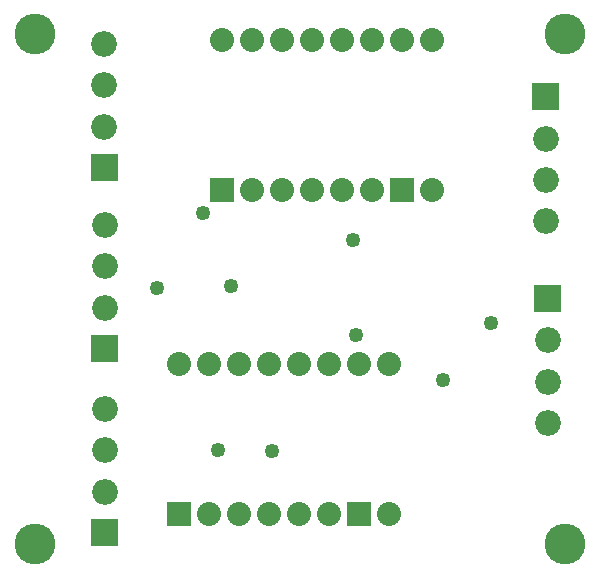
<source format=gts>
G04 MADE WITH FRITZING*
G04 WWW.FRITZING.ORG*
G04 DOUBLE SIDED*
G04 HOLES PLATED*
G04 CONTOUR ON CENTER OF CONTOUR VECTOR*
%ASAXBY*%
%FSLAX23Y23*%
%MOIN*%
%OFA0B0*%
%SFA1.0B1.0*%
%ADD10C,0.080000*%
%ADD11C,0.086139*%
%ADD12C,0.049370*%
%ADD13C,0.135984*%
%ADD14R,0.080000X0.080000*%
%ADD15R,0.001000X0.001000*%
%LNMASK1*%
G90*
G70*
G54D10*
X1411Y1826D03*
X1411Y1326D03*
X1311Y1826D03*
X1311Y1326D03*
X1211Y1826D03*
X1211Y1326D03*
X1111Y1826D03*
X1111Y1326D03*
X1011Y1826D03*
X1011Y1326D03*
X911Y1826D03*
X911Y1326D03*
X811Y1826D03*
X811Y1326D03*
X711Y1826D03*
X711Y1326D03*
X1265Y744D03*
X1265Y244D03*
X1165Y744D03*
X1165Y244D03*
X1065Y744D03*
X1065Y244D03*
X965Y744D03*
X965Y244D03*
X865Y744D03*
X865Y244D03*
X765Y744D03*
X765Y244D03*
X665Y744D03*
X665Y244D03*
X565Y744D03*
X565Y244D03*
G54D11*
X318Y795D03*
X318Y933D03*
X318Y1071D03*
X318Y1208D03*
X318Y795D03*
X318Y933D03*
X318Y1071D03*
X318Y1208D03*
X1789Y1635D03*
X1789Y1497D03*
X1789Y1359D03*
X1789Y1222D03*
X1789Y1635D03*
X1789Y1497D03*
X1789Y1359D03*
X1789Y1222D03*
X1796Y962D03*
X1796Y824D03*
X1796Y686D03*
X1796Y548D03*
X1796Y962D03*
X1796Y824D03*
X1796Y686D03*
X1796Y548D03*
G54D12*
X1446Y691D03*
X877Y457D03*
X696Y459D03*
X1146Y1159D03*
X1156Y842D03*
G54D11*
X317Y1399D03*
X317Y1537D03*
X317Y1675D03*
X317Y1812D03*
X317Y1399D03*
X317Y1537D03*
X317Y1675D03*
X317Y1812D03*
G54D12*
X645Y1249D03*
G54D13*
X1852Y146D03*
X1852Y1846D03*
X85Y1846D03*
X85Y146D03*
G54D12*
X741Y1005D03*
X493Y998D03*
X1607Y881D03*
G54D11*
X319Y182D03*
X319Y320D03*
X319Y458D03*
X319Y596D03*
X319Y182D03*
X319Y320D03*
X319Y458D03*
X319Y596D03*
G54D14*
X711Y1326D03*
X1311Y1326D03*
X565Y244D03*
X1165Y244D03*
G54D15*
X1744Y1681D02*
X1832Y1681D01*
X1744Y1680D02*
X1833Y1680D01*
X1744Y1679D02*
X1833Y1679D01*
X1744Y1678D02*
X1833Y1678D01*
X1744Y1677D02*
X1833Y1677D01*
X1744Y1676D02*
X1833Y1676D01*
X1744Y1675D02*
X1833Y1675D01*
X1744Y1674D02*
X1833Y1674D01*
X1744Y1673D02*
X1833Y1673D01*
X1744Y1672D02*
X1833Y1672D01*
X1744Y1671D02*
X1833Y1671D01*
X1744Y1670D02*
X1833Y1670D01*
X1744Y1669D02*
X1833Y1669D01*
X1744Y1668D02*
X1833Y1668D01*
X1744Y1667D02*
X1833Y1667D01*
X1744Y1666D02*
X1833Y1666D01*
X1744Y1665D02*
X1833Y1665D01*
X1744Y1664D02*
X1833Y1664D01*
X1744Y1663D02*
X1833Y1663D01*
X1744Y1662D02*
X1833Y1662D01*
X1744Y1661D02*
X1833Y1661D01*
X1744Y1660D02*
X1833Y1660D01*
X1744Y1659D02*
X1833Y1659D01*
X1744Y1658D02*
X1833Y1658D01*
X1744Y1657D02*
X1833Y1657D01*
X1744Y1656D02*
X1833Y1656D01*
X1744Y1655D02*
X1833Y1655D01*
X1744Y1654D02*
X1783Y1654D01*
X1793Y1654D02*
X1833Y1654D01*
X1744Y1653D02*
X1780Y1653D01*
X1796Y1653D02*
X1833Y1653D01*
X1744Y1652D02*
X1778Y1652D01*
X1798Y1652D02*
X1833Y1652D01*
X1744Y1651D02*
X1777Y1651D01*
X1800Y1651D02*
X1833Y1651D01*
X1744Y1650D02*
X1775Y1650D01*
X1801Y1650D02*
X1833Y1650D01*
X1744Y1649D02*
X1774Y1649D01*
X1802Y1649D02*
X1833Y1649D01*
X1744Y1648D02*
X1773Y1648D01*
X1803Y1648D02*
X1833Y1648D01*
X1744Y1647D02*
X1773Y1647D01*
X1804Y1647D02*
X1833Y1647D01*
X1744Y1646D02*
X1772Y1646D01*
X1804Y1646D02*
X1833Y1646D01*
X1744Y1645D02*
X1771Y1645D01*
X1805Y1645D02*
X1833Y1645D01*
X1744Y1644D02*
X1771Y1644D01*
X1805Y1644D02*
X1833Y1644D01*
X1744Y1643D02*
X1770Y1643D01*
X1806Y1643D02*
X1833Y1643D01*
X1744Y1642D02*
X1770Y1642D01*
X1806Y1642D02*
X1833Y1642D01*
X1744Y1641D02*
X1770Y1641D01*
X1806Y1641D02*
X1833Y1641D01*
X1744Y1640D02*
X1769Y1640D01*
X1807Y1640D02*
X1833Y1640D01*
X1744Y1639D02*
X1769Y1639D01*
X1807Y1639D02*
X1833Y1639D01*
X1744Y1638D02*
X1769Y1638D01*
X1807Y1638D02*
X1833Y1638D01*
X1744Y1637D02*
X1769Y1637D01*
X1807Y1637D02*
X1833Y1637D01*
X1744Y1636D02*
X1769Y1636D01*
X1807Y1636D02*
X1833Y1636D01*
X1744Y1635D02*
X1769Y1635D01*
X1807Y1635D02*
X1833Y1635D01*
X1744Y1634D02*
X1769Y1634D01*
X1807Y1634D02*
X1833Y1634D01*
X1744Y1633D02*
X1769Y1633D01*
X1807Y1633D02*
X1833Y1633D01*
X1744Y1632D02*
X1769Y1632D01*
X1807Y1632D02*
X1833Y1632D01*
X1744Y1631D02*
X1770Y1631D01*
X1806Y1631D02*
X1833Y1631D01*
X1744Y1630D02*
X1770Y1630D01*
X1806Y1630D02*
X1833Y1630D01*
X1744Y1629D02*
X1770Y1629D01*
X1806Y1629D02*
X1833Y1629D01*
X1744Y1628D02*
X1771Y1628D01*
X1805Y1628D02*
X1833Y1628D01*
X1744Y1627D02*
X1771Y1627D01*
X1805Y1627D02*
X1833Y1627D01*
X1744Y1626D02*
X1772Y1626D01*
X1804Y1626D02*
X1833Y1626D01*
X1744Y1625D02*
X1773Y1625D01*
X1804Y1625D02*
X1833Y1625D01*
X1744Y1624D02*
X1773Y1624D01*
X1803Y1624D02*
X1833Y1624D01*
X1744Y1623D02*
X1774Y1623D01*
X1802Y1623D02*
X1833Y1623D01*
X1744Y1622D02*
X1775Y1622D01*
X1801Y1622D02*
X1833Y1622D01*
X1744Y1621D02*
X1777Y1621D01*
X1799Y1621D02*
X1833Y1621D01*
X1744Y1620D02*
X1778Y1620D01*
X1798Y1620D02*
X1833Y1620D01*
X1744Y1619D02*
X1780Y1619D01*
X1796Y1619D02*
X1833Y1619D01*
X1744Y1618D02*
X1783Y1618D01*
X1793Y1618D02*
X1833Y1618D01*
X1744Y1617D02*
X1833Y1617D01*
X1744Y1616D02*
X1833Y1616D01*
X1744Y1615D02*
X1833Y1615D01*
X1744Y1614D02*
X1833Y1614D01*
X1744Y1613D02*
X1833Y1613D01*
X1744Y1612D02*
X1833Y1612D01*
X1744Y1611D02*
X1833Y1611D01*
X1744Y1610D02*
X1833Y1610D01*
X1744Y1609D02*
X1833Y1609D01*
X1744Y1608D02*
X1833Y1608D01*
X1744Y1607D02*
X1833Y1607D01*
X1744Y1606D02*
X1833Y1606D01*
X1744Y1605D02*
X1833Y1605D01*
X1744Y1604D02*
X1833Y1604D01*
X1744Y1603D02*
X1833Y1603D01*
X1744Y1602D02*
X1833Y1602D01*
X1744Y1601D02*
X1833Y1601D01*
X1744Y1600D02*
X1833Y1600D01*
X1744Y1599D02*
X1833Y1599D01*
X1744Y1598D02*
X1833Y1598D01*
X1744Y1597D02*
X1833Y1597D01*
X1744Y1596D02*
X1833Y1596D01*
X1744Y1595D02*
X1833Y1595D01*
X1744Y1594D02*
X1833Y1594D01*
X1744Y1593D02*
X1833Y1593D01*
X1744Y1592D02*
X1833Y1592D01*
X272Y1445D02*
X361Y1445D01*
X272Y1444D02*
X361Y1444D01*
X272Y1443D02*
X361Y1443D01*
X272Y1442D02*
X361Y1442D01*
X272Y1441D02*
X361Y1441D01*
X272Y1440D02*
X361Y1440D01*
X272Y1439D02*
X361Y1439D01*
X272Y1438D02*
X361Y1438D01*
X272Y1437D02*
X361Y1437D01*
X272Y1436D02*
X361Y1436D01*
X272Y1435D02*
X361Y1435D01*
X272Y1434D02*
X361Y1434D01*
X272Y1433D02*
X361Y1433D01*
X272Y1432D02*
X361Y1432D01*
X272Y1431D02*
X361Y1431D01*
X272Y1430D02*
X361Y1430D01*
X272Y1429D02*
X361Y1429D01*
X272Y1428D02*
X361Y1428D01*
X272Y1427D02*
X361Y1427D01*
X272Y1426D02*
X361Y1426D01*
X272Y1425D02*
X361Y1425D01*
X272Y1424D02*
X361Y1424D01*
X272Y1423D02*
X361Y1423D01*
X272Y1422D02*
X361Y1422D01*
X272Y1421D02*
X361Y1421D01*
X272Y1420D02*
X361Y1420D01*
X272Y1419D02*
X361Y1419D01*
X272Y1418D02*
X311Y1418D01*
X322Y1418D02*
X361Y1418D01*
X272Y1417D02*
X308Y1417D01*
X325Y1417D02*
X361Y1417D01*
X272Y1416D02*
X306Y1416D01*
X327Y1416D02*
X361Y1416D01*
X272Y1415D02*
X305Y1415D01*
X328Y1415D02*
X361Y1415D01*
X272Y1414D02*
X304Y1414D01*
X329Y1414D02*
X361Y1414D01*
X272Y1413D02*
X302Y1413D01*
X330Y1413D02*
X361Y1413D01*
X272Y1412D02*
X302Y1412D01*
X331Y1412D02*
X361Y1412D01*
X272Y1411D02*
X301Y1411D01*
X332Y1411D02*
X361Y1411D01*
X272Y1410D02*
X300Y1410D01*
X333Y1410D02*
X361Y1410D01*
X272Y1409D02*
X300Y1409D01*
X333Y1409D02*
X361Y1409D01*
X272Y1408D02*
X299Y1408D01*
X334Y1408D02*
X361Y1408D01*
X272Y1407D02*
X299Y1407D01*
X334Y1407D02*
X361Y1407D01*
X272Y1406D02*
X298Y1406D01*
X335Y1406D02*
X361Y1406D01*
X272Y1405D02*
X298Y1405D01*
X335Y1405D02*
X361Y1405D01*
X272Y1404D02*
X298Y1404D01*
X335Y1404D02*
X361Y1404D01*
X272Y1403D02*
X298Y1403D01*
X335Y1403D02*
X361Y1403D01*
X272Y1402D02*
X297Y1402D01*
X335Y1402D02*
X361Y1402D01*
X272Y1401D02*
X297Y1401D01*
X335Y1401D02*
X361Y1401D01*
X272Y1400D02*
X297Y1400D01*
X336Y1400D02*
X361Y1400D01*
X272Y1399D02*
X297Y1399D01*
X335Y1399D02*
X361Y1399D01*
X272Y1398D02*
X298Y1398D01*
X335Y1398D02*
X361Y1398D01*
X272Y1397D02*
X298Y1397D01*
X335Y1397D02*
X361Y1397D01*
X272Y1396D02*
X298Y1396D01*
X335Y1396D02*
X361Y1396D01*
X272Y1395D02*
X298Y1395D01*
X335Y1395D02*
X361Y1395D01*
X272Y1394D02*
X298Y1394D01*
X335Y1394D02*
X361Y1394D01*
X272Y1393D02*
X299Y1393D01*
X334Y1393D02*
X361Y1393D01*
X272Y1392D02*
X299Y1392D01*
X334Y1392D02*
X361Y1392D01*
X272Y1391D02*
X300Y1391D01*
X333Y1391D02*
X361Y1391D01*
X272Y1390D02*
X300Y1390D01*
X333Y1390D02*
X361Y1390D01*
X272Y1389D02*
X301Y1389D01*
X332Y1389D02*
X361Y1389D01*
X272Y1388D02*
X302Y1388D01*
X331Y1388D02*
X361Y1388D01*
X272Y1387D02*
X303Y1387D01*
X330Y1387D02*
X361Y1387D01*
X272Y1386D02*
X304Y1386D01*
X329Y1386D02*
X361Y1386D01*
X272Y1385D02*
X305Y1385D01*
X328Y1385D02*
X361Y1385D01*
X272Y1384D02*
X307Y1384D01*
X326Y1384D02*
X361Y1384D01*
X272Y1383D02*
X309Y1383D01*
X324Y1383D02*
X361Y1383D01*
X272Y1382D02*
X312Y1382D01*
X321Y1382D02*
X361Y1382D01*
X272Y1381D02*
X361Y1381D01*
X272Y1380D02*
X361Y1380D01*
X272Y1379D02*
X361Y1379D01*
X272Y1378D02*
X361Y1378D01*
X272Y1377D02*
X361Y1377D01*
X272Y1376D02*
X361Y1376D01*
X272Y1375D02*
X361Y1375D01*
X272Y1374D02*
X361Y1374D01*
X272Y1373D02*
X361Y1373D01*
X272Y1372D02*
X361Y1372D01*
X272Y1371D02*
X361Y1371D01*
X272Y1370D02*
X361Y1370D01*
X272Y1369D02*
X361Y1369D01*
X272Y1368D02*
X361Y1368D01*
X272Y1367D02*
X361Y1367D01*
X272Y1366D02*
X361Y1366D01*
X272Y1365D02*
X361Y1365D01*
X272Y1364D02*
X361Y1364D01*
X272Y1363D02*
X361Y1363D01*
X272Y1362D02*
X361Y1362D01*
X272Y1361D02*
X361Y1361D01*
X272Y1360D02*
X361Y1360D01*
X272Y1359D02*
X361Y1359D01*
X272Y1358D02*
X361Y1358D01*
X272Y1357D02*
X361Y1357D01*
X272Y1356D02*
X361Y1356D01*
X1751Y1007D02*
X1840Y1007D01*
X1751Y1006D02*
X1840Y1006D01*
X1751Y1005D02*
X1840Y1005D01*
X1751Y1004D02*
X1840Y1004D01*
X1751Y1003D02*
X1840Y1003D01*
X1751Y1002D02*
X1840Y1002D01*
X1751Y1001D02*
X1840Y1001D01*
X1751Y1000D02*
X1840Y1000D01*
X1751Y999D02*
X1840Y999D01*
X1751Y998D02*
X1840Y998D01*
X1751Y997D02*
X1840Y997D01*
X1751Y996D02*
X1840Y996D01*
X1751Y995D02*
X1840Y995D01*
X1751Y994D02*
X1840Y994D01*
X1751Y993D02*
X1840Y993D01*
X1751Y992D02*
X1840Y992D01*
X1751Y991D02*
X1840Y991D01*
X1751Y990D02*
X1840Y990D01*
X1751Y989D02*
X1840Y989D01*
X1751Y988D02*
X1840Y988D01*
X1751Y987D02*
X1840Y987D01*
X1751Y986D02*
X1840Y986D01*
X1751Y985D02*
X1840Y985D01*
X1751Y984D02*
X1840Y984D01*
X1751Y983D02*
X1840Y983D01*
X1751Y982D02*
X1840Y982D01*
X1751Y981D02*
X1790Y981D01*
X1800Y981D02*
X1840Y981D01*
X1751Y980D02*
X1787Y980D01*
X1803Y980D02*
X1840Y980D01*
X1751Y979D02*
X1785Y979D01*
X1805Y979D02*
X1840Y979D01*
X1751Y978D02*
X1784Y978D01*
X1807Y978D02*
X1840Y978D01*
X1751Y977D02*
X1783Y977D01*
X1808Y977D02*
X1840Y977D01*
X1751Y976D02*
X1782Y976D01*
X1809Y976D02*
X1840Y976D01*
X1751Y975D02*
X1781Y975D01*
X1810Y975D02*
X1840Y975D01*
X1751Y974D02*
X1780Y974D01*
X1811Y974D02*
X1840Y974D01*
X1751Y973D02*
X1779Y973D01*
X1811Y973D02*
X1840Y973D01*
X1751Y972D02*
X1779Y972D01*
X1812Y972D02*
X1840Y972D01*
X1751Y971D02*
X1778Y971D01*
X1812Y971D02*
X1840Y971D01*
X1751Y970D02*
X1777Y970D01*
X1813Y970D02*
X1840Y970D01*
X1751Y969D02*
X1777Y969D01*
X1813Y969D02*
X1840Y969D01*
X1751Y968D02*
X1777Y968D01*
X1814Y968D02*
X1840Y968D01*
X1751Y967D02*
X1777Y967D01*
X1814Y967D02*
X1840Y967D01*
X1751Y966D02*
X1776Y966D01*
X1814Y966D02*
X1840Y966D01*
X1751Y965D02*
X1776Y965D01*
X1814Y965D02*
X1840Y965D01*
X1751Y964D02*
X1776Y964D01*
X1814Y964D02*
X1840Y964D01*
X1751Y963D02*
X1776Y963D01*
X1814Y963D02*
X1840Y963D01*
X1751Y962D02*
X1776Y962D01*
X1814Y962D02*
X1840Y962D01*
X1751Y961D02*
X1776Y961D01*
X1814Y961D02*
X1840Y961D01*
X1751Y960D02*
X1776Y960D01*
X1814Y960D02*
X1840Y960D01*
X1751Y959D02*
X1776Y959D01*
X1814Y959D02*
X1840Y959D01*
X1751Y958D02*
X1777Y958D01*
X1814Y958D02*
X1840Y958D01*
X1751Y957D02*
X1777Y957D01*
X1813Y957D02*
X1840Y957D01*
X1751Y956D02*
X1777Y956D01*
X1813Y956D02*
X1840Y956D01*
X1751Y955D02*
X1778Y955D01*
X1813Y955D02*
X1840Y955D01*
X1751Y954D02*
X1778Y954D01*
X1812Y954D02*
X1840Y954D01*
X1751Y953D02*
X1779Y953D01*
X1812Y953D02*
X1840Y953D01*
X1751Y952D02*
X1780Y952D01*
X1811Y952D02*
X1840Y952D01*
X1751Y951D02*
X1780Y951D01*
X1810Y951D02*
X1840Y951D01*
X1751Y950D02*
X1781Y950D01*
X1809Y950D02*
X1840Y950D01*
X1751Y949D02*
X1782Y949D01*
X1808Y949D02*
X1840Y949D01*
X1751Y948D02*
X1784Y948D01*
X1807Y948D02*
X1840Y948D01*
X1751Y947D02*
X1785Y947D01*
X1806Y947D02*
X1840Y947D01*
X1751Y946D02*
X1787Y946D01*
X1804Y946D02*
X1840Y946D01*
X1751Y945D02*
X1790Y945D01*
X1801Y945D02*
X1840Y945D01*
X1751Y944D02*
X1840Y944D01*
X1751Y943D02*
X1840Y943D01*
X1751Y942D02*
X1840Y942D01*
X1751Y941D02*
X1840Y941D01*
X1751Y940D02*
X1840Y940D01*
X1751Y939D02*
X1840Y939D01*
X1751Y938D02*
X1840Y938D01*
X1751Y937D02*
X1840Y937D01*
X1751Y936D02*
X1840Y936D01*
X1751Y935D02*
X1840Y935D01*
X1751Y934D02*
X1840Y934D01*
X1751Y933D02*
X1840Y933D01*
X1751Y932D02*
X1840Y932D01*
X1751Y931D02*
X1840Y931D01*
X1751Y930D02*
X1840Y930D01*
X1751Y929D02*
X1840Y929D01*
X1751Y928D02*
X1840Y928D01*
X1751Y927D02*
X1840Y927D01*
X1751Y926D02*
X1840Y926D01*
X1751Y925D02*
X1840Y925D01*
X1751Y924D02*
X1840Y924D01*
X1751Y923D02*
X1840Y923D01*
X1751Y922D02*
X1840Y922D01*
X1751Y921D02*
X1840Y921D01*
X1751Y920D02*
X1840Y920D01*
X1751Y919D02*
X1840Y919D01*
X1751Y918D02*
X1839Y918D01*
X273Y841D02*
X362Y841D01*
X273Y840D02*
X362Y840D01*
X273Y839D02*
X362Y839D01*
X273Y838D02*
X362Y838D01*
X273Y837D02*
X362Y837D01*
X273Y836D02*
X362Y836D01*
X273Y835D02*
X362Y835D01*
X273Y834D02*
X362Y834D01*
X273Y833D02*
X362Y833D01*
X273Y832D02*
X362Y832D01*
X273Y831D02*
X362Y831D01*
X273Y830D02*
X362Y830D01*
X273Y829D02*
X362Y829D01*
X273Y828D02*
X362Y828D01*
X273Y827D02*
X362Y827D01*
X273Y826D02*
X362Y826D01*
X273Y825D02*
X362Y825D01*
X273Y824D02*
X362Y824D01*
X273Y823D02*
X362Y823D01*
X273Y822D02*
X362Y822D01*
X273Y821D02*
X362Y821D01*
X273Y820D02*
X362Y820D01*
X273Y819D02*
X362Y819D01*
X273Y818D02*
X362Y818D01*
X273Y817D02*
X362Y817D01*
X273Y816D02*
X362Y816D01*
X273Y815D02*
X362Y815D01*
X273Y814D02*
X311Y814D01*
X324Y814D02*
X362Y814D01*
X273Y813D02*
X309Y813D01*
X327Y813D02*
X362Y813D01*
X273Y812D02*
X307Y812D01*
X328Y812D02*
X362Y812D01*
X273Y811D02*
X306Y811D01*
X330Y811D02*
X362Y811D01*
X273Y810D02*
X304Y810D01*
X331Y810D02*
X362Y810D01*
X273Y809D02*
X303Y809D01*
X332Y809D02*
X362Y809D01*
X273Y808D02*
X303Y808D01*
X333Y808D02*
X362Y808D01*
X273Y807D02*
X302Y807D01*
X333Y807D02*
X362Y807D01*
X273Y806D02*
X301Y806D01*
X334Y806D02*
X362Y806D01*
X273Y805D02*
X301Y805D01*
X335Y805D02*
X362Y805D01*
X273Y804D02*
X300Y804D01*
X335Y804D02*
X362Y804D01*
X273Y803D02*
X300Y803D01*
X336Y803D02*
X362Y803D01*
X273Y802D02*
X299Y802D01*
X336Y802D02*
X362Y802D01*
X273Y801D02*
X299Y801D01*
X336Y801D02*
X362Y801D01*
X273Y800D02*
X299Y800D01*
X336Y800D02*
X362Y800D01*
X273Y799D02*
X299Y799D01*
X336Y799D02*
X362Y799D01*
X273Y798D02*
X299Y798D01*
X337Y798D02*
X362Y798D01*
X273Y797D02*
X299Y797D01*
X337Y797D02*
X362Y797D01*
X273Y796D02*
X299Y796D01*
X337Y796D02*
X362Y796D01*
X273Y795D02*
X299Y795D01*
X337Y795D02*
X362Y795D01*
X273Y794D02*
X299Y794D01*
X336Y794D02*
X362Y794D01*
X273Y793D02*
X299Y793D01*
X336Y793D02*
X362Y793D01*
X273Y792D02*
X299Y792D01*
X336Y792D02*
X362Y792D01*
X273Y791D02*
X299Y791D01*
X336Y791D02*
X362Y791D01*
X273Y790D02*
X300Y790D01*
X336Y790D02*
X362Y790D01*
X273Y789D02*
X300Y789D01*
X335Y789D02*
X362Y789D01*
X273Y788D02*
X300Y788D01*
X335Y788D02*
X362Y788D01*
X273Y787D02*
X301Y787D01*
X334Y787D02*
X362Y787D01*
X273Y786D02*
X302Y786D01*
X334Y786D02*
X362Y786D01*
X273Y785D02*
X302Y785D01*
X333Y785D02*
X362Y785D01*
X273Y784D02*
X303Y784D01*
X332Y784D02*
X362Y784D01*
X273Y783D02*
X304Y783D01*
X331Y783D02*
X362Y783D01*
X273Y782D02*
X305Y782D01*
X330Y782D02*
X362Y782D01*
X273Y781D02*
X307Y781D01*
X329Y781D02*
X362Y781D01*
X273Y780D02*
X308Y780D01*
X327Y780D02*
X362Y780D01*
X273Y779D02*
X310Y779D01*
X325Y779D02*
X362Y779D01*
X273Y778D02*
X315Y778D01*
X320Y778D02*
X362Y778D01*
X273Y777D02*
X362Y777D01*
X273Y776D02*
X362Y776D01*
X273Y775D02*
X362Y775D01*
X273Y774D02*
X362Y774D01*
X273Y773D02*
X362Y773D01*
X273Y772D02*
X362Y772D01*
X273Y771D02*
X362Y771D01*
X273Y770D02*
X362Y770D01*
X273Y769D02*
X362Y769D01*
X273Y768D02*
X362Y768D01*
X273Y767D02*
X362Y767D01*
X273Y766D02*
X362Y766D01*
X273Y765D02*
X362Y765D01*
X273Y764D02*
X362Y764D01*
X273Y763D02*
X362Y763D01*
X273Y762D02*
X362Y762D01*
X273Y761D02*
X362Y761D01*
X273Y760D02*
X362Y760D01*
X273Y759D02*
X362Y759D01*
X273Y758D02*
X362Y758D01*
X273Y757D02*
X362Y757D01*
X273Y756D02*
X362Y756D01*
X273Y755D02*
X362Y755D01*
X273Y754D02*
X362Y754D01*
X273Y753D02*
X362Y753D01*
X273Y752D02*
X362Y752D01*
X274Y228D02*
X363Y228D01*
X274Y227D02*
X363Y227D01*
X274Y226D02*
X363Y226D01*
X274Y225D02*
X363Y225D01*
X274Y224D02*
X363Y224D01*
X274Y223D02*
X363Y223D01*
X274Y222D02*
X363Y222D01*
X274Y221D02*
X363Y221D01*
X274Y220D02*
X363Y220D01*
X274Y219D02*
X363Y219D01*
X274Y218D02*
X363Y218D01*
X274Y217D02*
X363Y217D01*
X274Y216D02*
X363Y216D01*
X274Y215D02*
X363Y215D01*
X274Y214D02*
X363Y214D01*
X274Y213D02*
X363Y213D01*
X274Y212D02*
X363Y212D01*
X274Y211D02*
X363Y211D01*
X274Y210D02*
X363Y210D01*
X274Y209D02*
X363Y209D01*
X274Y208D02*
X363Y208D01*
X274Y207D02*
X363Y207D01*
X274Y206D02*
X363Y206D01*
X274Y205D02*
X363Y205D01*
X274Y204D02*
X363Y204D01*
X274Y203D02*
X363Y203D01*
X274Y202D02*
X314Y202D01*
X323Y202D02*
X363Y202D01*
X274Y201D02*
X310Y201D01*
X326Y201D02*
X363Y201D01*
X274Y200D02*
X309Y200D01*
X328Y200D02*
X363Y200D01*
X274Y199D02*
X307Y199D01*
X330Y199D02*
X363Y199D01*
X274Y198D02*
X306Y198D01*
X331Y198D02*
X363Y198D01*
X274Y197D02*
X305Y197D01*
X332Y197D02*
X363Y197D01*
X274Y196D02*
X304Y196D01*
X333Y196D02*
X363Y196D01*
X274Y195D02*
X303Y195D01*
X334Y195D02*
X363Y195D01*
X274Y194D02*
X302Y194D01*
X334Y194D02*
X363Y194D01*
X274Y193D02*
X302Y193D01*
X335Y193D02*
X363Y193D01*
X274Y192D02*
X301Y192D01*
X336Y192D02*
X363Y192D01*
X274Y191D02*
X301Y191D01*
X336Y191D02*
X363Y191D01*
X274Y190D02*
X300Y190D01*
X336Y190D02*
X363Y190D01*
X274Y189D02*
X300Y189D01*
X337Y189D02*
X363Y189D01*
X274Y188D02*
X300Y188D01*
X337Y188D02*
X363Y188D01*
X274Y187D02*
X299Y187D01*
X337Y187D02*
X363Y187D01*
X274Y186D02*
X299Y186D01*
X337Y186D02*
X363Y186D01*
X274Y185D02*
X299Y185D01*
X337Y185D02*
X363Y185D01*
X274Y184D02*
X299Y184D01*
X337Y184D02*
X363Y184D01*
X274Y183D02*
X299Y183D01*
X337Y183D02*
X363Y183D01*
X274Y182D02*
X299Y182D01*
X337Y182D02*
X363Y182D01*
X274Y181D02*
X299Y181D01*
X337Y181D02*
X363Y181D01*
X274Y180D02*
X300Y180D01*
X337Y180D02*
X363Y180D01*
X274Y179D02*
X300Y179D01*
X337Y179D02*
X363Y179D01*
X274Y178D02*
X300Y178D01*
X336Y178D02*
X363Y178D01*
X274Y177D02*
X300Y177D01*
X336Y177D02*
X363Y177D01*
X274Y176D02*
X301Y176D01*
X336Y176D02*
X363Y176D01*
X274Y175D02*
X301Y175D01*
X335Y175D02*
X363Y175D01*
X274Y174D02*
X302Y174D01*
X335Y174D02*
X363Y174D01*
X274Y173D02*
X303Y173D01*
X334Y173D02*
X363Y173D01*
X274Y172D02*
X304Y172D01*
X333Y172D02*
X363Y172D01*
X274Y171D02*
X304Y171D01*
X332Y171D02*
X363Y171D01*
X274Y170D02*
X305Y170D01*
X331Y170D02*
X363Y170D01*
X274Y169D02*
X307Y169D01*
X330Y169D02*
X363Y169D01*
X274Y168D02*
X308Y168D01*
X329Y168D02*
X363Y168D01*
X274Y167D02*
X310Y167D01*
X327Y167D02*
X363Y167D01*
X274Y166D02*
X312Y166D01*
X324Y166D02*
X363Y166D01*
X274Y165D02*
X363Y165D01*
X274Y164D02*
X363Y164D01*
X274Y163D02*
X363Y163D01*
X274Y162D02*
X363Y162D01*
X274Y161D02*
X363Y161D01*
X274Y160D02*
X363Y160D01*
X274Y159D02*
X363Y159D01*
X274Y158D02*
X363Y158D01*
X274Y157D02*
X363Y157D01*
X274Y156D02*
X363Y156D01*
X274Y155D02*
X363Y155D01*
X274Y154D02*
X363Y154D01*
X274Y153D02*
X363Y153D01*
X274Y152D02*
X363Y152D01*
X274Y151D02*
X363Y151D01*
X274Y150D02*
X363Y150D01*
X274Y149D02*
X363Y149D01*
X274Y148D02*
X363Y148D01*
X274Y147D02*
X363Y147D01*
X274Y146D02*
X363Y146D01*
X274Y145D02*
X363Y145D01*
X274Y144D02*
X363Y144D01*
X274Y143D02*
X363Y143D01*
X274Y142D02*
X363Y142D01*
X274Y141D02*
X363Y141D01*
X274Y140D02*
X363Y140D01*
X274Y139D02*
X363Y139D01*
D02*
G04 End of Mask1*
M02*
</source>
